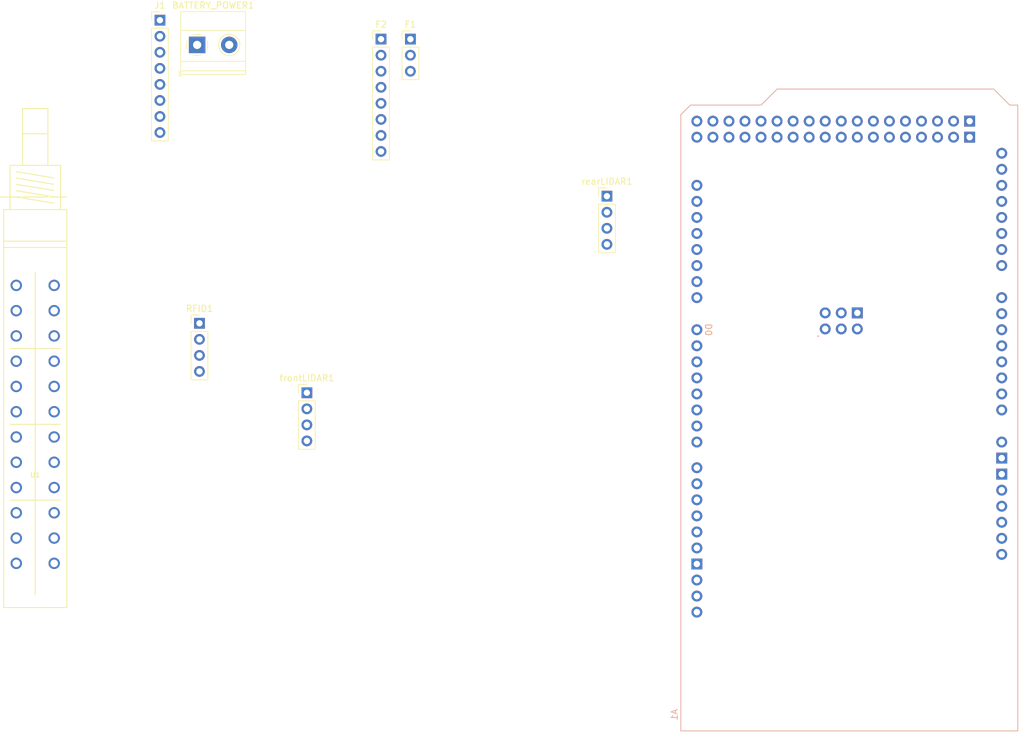
<source format=kicad_pcb>
(kicad_pcb (version 20240108) (generator "pcbnew") (generator_version "8.0")
  (layers (0 "F.Cu" signal) (31 "B.Cu" signal) (34 "B.Paste" user) (35 "F.Paste" user) (36 "B.SilkS" user "B.Silkscreen") (37 "F.SilkS" user "F.Silkscreen") (38 "B.Mask" user) (39 "F.Mask" user) (44 "Edge.Cuts" user))
  (net 0 "")
  (net 1 "Net-(A1-D18{slash}TX1)")
  (net 2 "Net-(A1-D19{slash}RX1)")
  (net 3 "Net-(A1-D16{slash}TX2)")
  (net 4 "Net-(A1-D17{slash}RX2)")
  (net 5 "Net-(A1-D15{slash}RX3)")
  (net 6 "Net-(A1-D14{slash}TX3)")
  (net 43 "+5V")
  (net 82 "Net-(A1-D0{slash}RX0)")
  (net 83 "Net-(A1-D1{slash}TX0)")
  (net 97 "BATTERY GND")
  (net 98 "SERVO")
  (net 99 "ADC1")
  (net 100 "3.3V")
  (net 101 "RX{slash}SDA")
  (net 102 "ADC2")
  (net 103 "TX{slash}SCL")
  (net 104 "ADC15")
  (net 105 "VRX1")
  (net 106 "VTX1")
  (net 107 "PPM")
  (net 108 "VRX2")
  (net 109 "BAT+")
  (net 110 "VTX2")
  (footprint "Connector_PinHeader_2.54mm:PinHeader_1x08_P2.54mm_Vertical" (layer "F.Cu") (at 152.5 68.72)
    (property "Reference" "J1" (at 0 -2.33 0) (layer "F.SilkS"))
    (property "Value" "~")
    (fp_line (start -1.33 -1.33) (end 0 -1.33) (stroke (width 0.12)) (layer "F.SilkS"))
    (fp_line (start -1.33 0) (end -1.33 -1.33) (stroke (width 0.12)) (layer "F.SilkS"))
    (fp_line (start -1.33 1.27) (end -1.33 19.11) (stroke (width 0.12)) (layer "F.SilkS"))
    (fp_line (start -1.33 1.27) (end 1.33 1.27) (stroke (width 0.12)) (layer "F.SilkS"))
    (fp_line (start -1.33 19.11) (end 1.33 19.11) (stroke (width 0.12)) (layer "F.SilkS"))
    (fp_line (start 1.33 1.27) (end 1.33 19.11) (stroke (width 0.12)) (layer "F.SilkS"))
    (pad "1" thru_hole rect (at 0 0) (size 1.7 1.7) (drill 1) (layers "*.Cu" "*.Mask") (net 109 "BAT+"))
    (pad "2" thru_hole oval (at 0 2.54) (size 1.7 1.7) (drill 1) (layers "*.Cu" "*.Mask") (net 108 "VRX2"))
    (pad "3" thru_hole oval (at 0 5.08) (size 1.7 1.7) (drill 1) (layers "*.Cu" "*.Mask") (net 110 "VTX2"))
    (pad "4" thru_hole oval (at 0 7.62) (size 1.7 1.7) (drill 1) (layers "*.Cu" "*.Mask") (net 105 "VRX1"))
    (pad "5" thru_hole oval (at 0 10.16) (size 1.7 1.7) (drill 1) (layers "*.Cu" "*.Mask") (net 106 "VTX1"))
    (pad "6" thru_hole oval (at 0 12.7) (size 1.7 1.7) (drill 1) (layers "*.Cu" "*.Mask") (net 97 "BATTERY GND"))
    (pad "7" thru_hole oval (at 0 15.24) (size 1.7 1.7) (drill 1) (layers "*.Cu" "*.Mask") (net 43 "+5V"))
    (pad "8" thru_hole oval (at 0 17.78) (size 1.7 1.7) (drill 1) (layers "*.Cu" "*.Mask") (net 107 "PPM"))
  )
  (footprint "arduino-library:Arduino_Giga_R1_WiFi_Shield" (layer "F.Cu") (at 288.3 181.22 90)
    (property "Reference" "A1" (at 2.54 -54.356 90) (layer "B.SilkS") (effects (justify mirror)))
    (property "Value" "Arduino_Giga_R1_WiFi_Shield")
    (fp_line (start 97.536 -53.34) (end 99.06 -51.816) (stroke (width 0.15)) (layer "B.SilkS"))
    (fp_line (start 0 -53.34) (end 97.536 -53.34) (stroke (width 0.15)) (layer "B.SilkS"))
    (fp_line (start 0 -53.34) (end 0 0) (stroke (width 0.15)) (layer "B.SilkS"))
    (fp_line (start 99.06 -40.64) (end 99.06 -51.816) (stroke (width 0.15)) (layer "B.SilkS"))
    (fp_line (start 101.6 -38.1) (end 99.06 -40.64) (stroke (width 0.15)) (layer "B.SilkS"))
    (fp_line (start 101.6 -3.81) (end 101.6 -38.1) (stroke (width 0.15)) (layer "B.SilkS"))
    (fp_line (start 99.06 -1.27) (end 101.6 -3.81) (stroke (width 0.15)) (layer "B.SilkS"))
    (fp_line (start 99.06 0) (end 99.06 -1.27) (stroke (width 0.15)) (layer "B.SilkS"))
    (fp_line (start 0 0) (end 99.06 0) (stroke (width 0.15)) (layer "B.SilkS"))
    (fp_text user "." (at 62.484 -32.004 90) (layer "B.SilkS"))
    (fp_text user "D0" (at 63.5 -48.895 90) (layer "B.SilkS") (effects (justify mirror)))
    (fp_text user "." (at 62.484 -32.004 90) (layer "F.SilkS"))
    (fp_text user "D0" (at 63.5 -48.895 90) (layer "F.SilkS"))
    (pad "" np_thru_hole circle (at 13.97 -2.54 90) (size 3.2 3.2) (drill 3.2) (layers "*.Cu" "*.Mask"))
    (pad "" np_thru_hole circle (at 15.24 -50.8) (size 3.2 3.2) (drill 3.2) (layers "*.Cu" "*.Mask"))
    (pad "" thru_hole oval (at 27.94 -2.54 90) (size 1.7272 1.7272) (drill 1.016) (layers "*.Cu" "*.Mask"))
    (pad "" np_thru_hole circle (at 66.04 -35.56 90) (size 3.2 3.2) (drill 3.2) (layers "*.Cu" "*.Mask"))
    (pad "" np_thru_hole circle (at 66.04 -7.62 90) (size 3.2 3.2) (drill 3.2) (layers "*.Cu" "*.Mask"))
    (pad "" np_thru_hole circle (at 90.17 -50.8 90) (size 3.2 3.2) (drill 3.2) (layers "*.Cu" "*.Mask"))
    (pad "" np_thru_hole circle (at 96.52 -2.54 90) (size 3.2 3.2) (drill 3.2) (layers "*.Cu" "*.Mask"))
    (pad "3V3" thru_hole oval (at 35.56 -2.54 90) (size 1.7272 1.7272) (drill 1.016) (layers "*.Cu" "*.Mask"))
    (pad "5V1" thru_hole oval (at 38.1 -2.54 90) (size 1.7272 1.7272) (drill 1.016) (layers "*.Cu" "*.Mask") (net 43 "+5V"))
    (pad "5V2" thru_hole oval (at 66.167 -30.48 90) (size 1.7272 1.7272) (drill 1.016) (layers "*.Cu" "*.Mask"))
    (pad "5V3" thru_hole oval (at 93.98 -50.8 90) (size 1.7272 1.7272) (drill 1.016) (layers "*.Cu" "*.Mask"))
    (pad "5V4" thru_hole oval (at 96.52 -50.8 90) (size 1.7272 1.7272) (drill 1.016) (layers "*.Cu" "*.Mask"))
    (pad "A0" thru_hole oval (at 50.8 -2.54 90) (size 1.7272 1.7272) (drill 1.016) (layers "*.Cu" "*.Mask"))
    (pad "A1" thru_hole oval (at 53.34 -2.54 90) (size 1.7272 1.7272) (drill 1.016) (layers "*.Cu" "*.Mask"))
    (pad "A2" thru_hole oval (at 55.88 -2.54 90) (size 1.7272 1.7272) (drill 1.016) (layers "*.Cu" "*.Mask"))
    (pad "A3" thru_hole oval (at 58.42 -2.54 90) (size 1.7272 1.7272) (drill 1.016) (layers "*.Cu" "*.Mask"))
    (pad "A4" thru_hole oval (at 60.96 -2.54 90) (size 1.7272 1.7272) (drill 1.016) (layers "*.Cu" "*.Mask"))
    (pad "A5" thru_hole oval (at 63.5 -2.54 90) (size 1.7272 1.7272) (drill 1.016) (layers "*.Cu" "*.Mask"))
    (pad "A6" thru_hole oval (at 66.04 -2.54 90) (size 1.7272 1.7272) (drill 1.016) (layers "*.Cu" "*.Mask"))
    (pad "A7" thru_hole oval (at 68.58 -2.54 90) (size 1.7272 1.7272) (drill 1.016) (layers "*.Cu" "*.Mask"))
    (pad "A8" thru_hole oval (at 73.66 -2.54 90) (size 1.7272 1.7272) (drill 1.016) (layers "*.Cu" "*.Mask"))
    (pad "A9" thru_hole oval (at 76.2 -2.54 90) (size 1.7272 1.7272) (drill 1.016) (layers "*.Cu" "*.Mask"))
    (pad "A10" thru_hole oval (at 78.74 -2.54 90) (size 1.7272 1.7272) (drill 1.016) (layers "*.Cu" "*.Mask"))
    (pad "A11" thru_hole oval (at 81.28 -2.54 90) (size 1.7272 1.7272) (drill 1.016) (layers "*.Cu" "*.Mask"))
    (pad "AREF" thru_hole oval (at 23.876 -50.8 90) (size 1.7272 1.7272) (drill 1.016) (layers "*.Cu" "*.Mask"))
    (pad "CANR" thru_hole oval (at 88.9 -2.54 90) (size 1.7272 1.7272) (drill 1.016) (layers "*.Cu" "*.Mask"))
    (pad "CANT" thru_hole oval (at 91.44 -2.54 90) (size 1.7272 1.7272) (drill 1.016) (layers "*.Cu" "*.Mask"))
    (pad "D0" thru_hole oval (at 63.5 -50.8 90) (size 1.7272 1.7272) (drill 1.016) (layers "*.Cu" "*.Mask") (net 82 "Net-(A1-D0{slash}RX0)"))
    (pad "D1" thru_hole oval (at 60.96 -50.8 90) (size 1.7272 1.7272) (drill 1.016) (layers "*.Cu" "*.Mask") (net 83 "Net-(A1-D1{slash}TX0)"))
    (pad "D2" thru_hole oval (at 58.42 -50.8 90) (size 1.7272 1.7272) (drill 1.016) (layers "*.Cu" "*.Mask"))
    (pad "D3" thru_hole oval (at 55.88 -50.8 90) (size 1.7272 1.7272) (drill 1.016) (layers "*.Cu" "*.Mask"))
    (pad "D4" thru_hole oval (at 53.34 -50.8 90) (size 1.7272 1.7272) (drill 1.016) (layers "*.Cu" "*.Mask"))
    (pad "D5" thru_hole oval (at 50.8 -50.8 90) (size 1.7272 1.7272) (drill 1.016) (layers "*.Cu" "*.Mask"))
    (pad "D6" thru_hole oval (at 48.26 -50.8 90) (size 1.7272 1.7272) (drill 1.016) (layers "*.Cu" "*.Mask"))
    (pad "D7" thru_hole oval (at 45.72 -50.8 90) (size 1.7272 1.7272) (drill 1.016) (layers "*.Cu" "*.Mask"))
    (pad "D8" thru_hole oval (at 41.656 -50.8 90) (size 1.7272 1.7272) (drill 1.016) (layers "*.Cu" "*.Mask"))
    (pad "D9" thru_hole oval (at 39.116 -50.8 90) (size 1.7272 1.7272) (drill 1.016) (layers "*.Cu" "*.Mask"))
    (pad "D10" thru_hole oval (at 36.576 -50.8 90) (size 1.7272 1.7272) (drill 1.016) (layers "*.Cu" "*.Mask"))
    (pad "D11" thru_hole oval (at 34.036 -50.8 90) (size 1.7272 1.7272) (drill 1.016) (layers "*.Cu" "*.Mask"))
    (pad "D12" thru_hole oval (at 31.496 -50.8 90) (size 1.7272 1.7272) (drill 1.016) (layers "*.Cu" "*.Mask"))
    (pad "D13" thru_hole oval (at 28.956 -50.8 90) (size 1.7272 1.7272) (drill 1.016) (layers "*.Cu" "*.Mask"))
    (pad "D14" thru_hole oval (at 68.58 -50.8 90) (size 1.7272 1.7272) (drill 1.016) (layers "*.Cu" "*.Mask") (net 6 "Net-(A1-D14{slash}TX3)"))
    (pad "D15" thru_hole oval (at 71.12 -50.8 90) (size 1.7272 1.7272) (drill 1.016) (layers "*.Cu" "*.Mask") (net 5 "Net-(A1-D15{slash}RX3)"))
    (pad "D16" thru_hole oval (at 73.66 -50.8 90) (size 1.7272 1.7272) (drill 1.016) (layers "*.Cu" "*.Mask") (net 3 "Net-(A1-D16{slash}TX2)"))
    (pad "D17" thru_hole oval (at 76.2 -50.8 90) (size 1.7272 1.7272) (drill 1.016) (layers "*.Cu" "*.Mask") (net 4 "Net-(A1-D17{slash}RX2)"))
    (pad "D18" thru_hole oval (at 78.74 -50.8 90) (size 1.7272 1.7272) (drill 1.016) (layers "*.Cu" "*.Mask") (net 1 "Net-(A1-D18{slash}TX1)"))
    (pad "D19" thru_hole oval (at 81.28 -50.8 90) (size 1.7272 1.7272) (drill 1.016) (layers "*.Cu" "*.Mask") (net 2 "Net-(A1-D19{slash}RX1)"))
    (pad "D20" thru_hole oval (at 83.82 -50.8 90) (size 1.7272 1.7272) (drill 1.016) (layers "*.Cu" "*.Mask"))
    (pad "D21" thru_hole oval (at 86.36 -50.8 90) (size 1.7272 1.7272) (drill 1.016) (layers "*.Cu" "*.Mask"))
    (pad "D22" thru_hole oval (at 93.98 -48.26 90) (size 1.7272 1.7272) (drill 1.016) (layers "*.Cu" "*.Mask"))
    (pad "D23" thru_hole oval (at 96.52 -48.26 90) (size 1.7272 1.7272) (drill 1.016) (layers "*.Cu" "*.Mask"))
    (pad "D24" thru_hole oval (at 93.98 -45.72 90) (size 1.7272 1.7272) (drill 1.016) (layers "*.Cu" "*.Mask"))
    (pad "D25" thru_hole oval (at 96.52 -45.72 90) (size 1.7272 1.7272) (drill 1.016) (layers "*.Cu" "*.Mask"))
    (pad "D26" thru_hole oval (at 93.98 -43.18 90) (size 1.7272 1.7272) (drill 1.016) (layers "*.Cu" "*.Mask"))
    (pad "D27" thru_hole oval (at 96.52 -43.18 90) (size 1.7272 1.7272) (drill 1.016) (layers "*.Cu" "*.Mask"))
    (pad "D28" thru_hole oval (at 93.98 -40.64 90) (size 1.7272 1.7272) (drill 1.016) (layers "*.Cu" "*.Mask"))
    (pad "D29" thru_hole oval (at 96.52 -40.64 90) (size 1.7272 1.7272) (drill 1.016) (layers "*.Cu" "*.Mask"))
    (pad "D30" thru_hole oval (at 93.98 -38.1 90) (size 1.7272 1.7272) (drill 1.016) (layers "*.Cu" "*.Mask"))
    (pad "D31" thru_hole oval (at 96.52 -38.1 90) (size 1.7272 1.7272) (drill 1.016) (layers "*.Cu" "*.Mask"))
    (pad "D32" thru_hole oval (at 93.98 -35.56 90) (size 1.7272 1.7272) (drill 1.016) (layers "*.Cu" "*.Mask"))
    (pad "D33" thru_hole oval (at 96.52 -35.56 90) (size 1.7272 1.7272) (drill 1.016) (layers "*.Cu" "*.Mask"))
    (pad "D34" thru_hole oval (at 93.98 -33.02 90) (size 1.7272 1.7272) (drill 1.016) (layers "*.Cu" "*.Mask"))
    (pad "D35" thru_hole oval (at 96.52 -33.02 90) (size 1.7272 1.7272) (drill 1.016) (layers "*.Cu" "*.Mask"))
    (pad "D36" thru_hole oval (at 93.98 -30.48 90) (size 1.7272 1.7272) (drill 1.016) (layers "*.Cu" "*.Mask"))
    (pad "D37" thru_hole oval (at 96.52 -30.48 90) (size 1.7272 1.7272) (drill 1.016) (layers "*.Cu" "*.Mask"))
    (pad "D38" thru_hole oval (at 93.98 -27.94 90) (size 1.7272 1.7272) (drill 1.016) (layers "*.Cu" "*.Mask"))
    (pad "D39" thru_hole oval (at 96.52 -27.94 90) (size 1.7272 1.7272) (drill 1.016) (layers "*.Cu" "*.Mask"))
    (pad "D40" thru_hole oval (at 93.98 -25.4 90) (size 1.7272 1.7272) (drill 1.016) (layers "*.Cu" "*.Mask"))
    (pad "D41" thru_hole oval (at 96.52 -25.4 90) (size 1.7272 1.7272) (drill 1.016) (layers "*.Cu" "*.Mask"))
    (pad "D42" thru_hole oval (at 93.98 -22.86 90) (size 1.7272 1.7272) (drill 1.016) (layers "*.Cu" "*.Mask"))
    (pad "D43" thru_hole oval (at 96.52 -22.86 90) (size 1.7272 1.7272) (drill 1.016) (layers "*.Cu" "*.Mask"))
    (pad "D44" thru_hole oval (at 93.98 -20.32 90) (size 1.7272 1.7272) (drill 1.016) (layers "*.Cu" "*.Mask"))
    (pad "D45" thru_hole oval (at 96.52 -20.32 90) (size 1.7272 1.7272) (drill 1.016) (layers "*.Cu" "*.Mask"))
    (pad "D46" thru_hole oval (at 93.98 -17.78 90) (size 1.7272 1.7272) (drill 1.016) (layers "*.Cu" "*.Mask"))
    (pad "D47" thru_hole oval (at 96.52 -17.78 90) (size 1.7272 1.7272) (drill 1.016) (layers "*.Cu" "*.Mask"))
    (pad "D48" thru_hole oval (at 93.98 -15.24 90) (size 1.7272 1.7272) (drill 1.016) (layers "*.Cu" "*.Mask"))
    (pad "D49" thru_hole oval (at 96.52 -15.24 90) (size 1.7272 1.7272) (drill 1.016) (layers "*.Cu" "*.Mask"))
    (pad "D50" thru_hole oval (at 93.98 -12.7 90) (size 1.7272 1.7272) (drill 1.016) (layers "*.Cu" "*.Mask"))
    (pad "D51" thru_hole oval (at 96.52 -12.7 90) (size 1.7272 1.7272) (drill 1.016) (layers "*.Cu" "*.Mask"))
    (pad "D52" thru_hole oval (at 93.98 -10.16 90) (size 1.7272 1.7272) (drill 1.016) (layers "*.Cu" "*.Mask"))
    (pad "D53" thru_hole oval (at 96.52 -10.16 90) (size 1.7272 1.7272) (drill 1.016) (layers "*.Cu" "*.Mask"))
    (pad "DAC0" thru_hole oval (at 83.82 -2.54 90) (size 1.7272 1.7272) (drill 1.016) (layers "*.Cu" "*.Mask"))
    (pad "DAC1" thru_hole oval (at 86.36 -2.54 90) (size 1.7272 1.7272) (drill 1.016) (layers "*.Cu" "*.Mask"))
    (pad "GND1" thru_hole rect (at 26.416 -50.8 90) (size 1.7272 1.7272) (drill 1.016) (layers "*.Cu" "*.Mask") (net 97 "BATTERY GND"))
    (pad "GND2" thru_hole rect (at 40.64 -2.54 90) (size 1.7272 1.7272) (drill 1.016) (layers "*.Cu" "*.Mask"))
    (pad "GND3" thru_hole rect (at 43.18 -2.54 90) (size 1.7272 1.7272) (drill 1.016) (layers "*.Cu" "*.Mask"))
    (pad "GND4" thru_hole rect (at 66.167 -25.4 90) (size 1.7272 1.7272) (drill 1.016) (layers "*.Cu" "*.Mask"))
    (pad "GND5" thru_hole rect (at 93.98 -7.62 90) (size 1.7272 1.7272) (drill 1.016) (layers "*.Cu" "*.Mask"))
    (pad "GND6" thru_hole rect (at 96.52 -7.62 90) (size 1.7272 1.7272) (drill 1.016) (layers "*.Cu" "*.Mask"))
    (pad "IORF" thru_hole oval (at 30.48 -2.54 90) (size 1.7272 1.7272) (drill 1.016) (layers "*.Cu" "*.Mask"))
    (pad "MISO" thru_hole oval (at 63.627 -30.48 90) (size 1.7272 1.7272) (drill 1.016) (layers "*.Cu" "*.Mask"))
    (pad "MOSI" thru_hole oval (at 66.167 -27.94 90) (size 1.7272 1.7272) (drill 1.016) (layers "*.Cu" "*.Mask"))
    (pad "RST1" thru_hole oval (at 33.02 -2.54 90) (size 1.7272 1.7272) (drill 1.016) (layers "*.Cu" "*.Mask"))
    (pad "RST2" thru_hole oval (at 63.627 -25.4 90) (size 1.7272 1.7272) (drill 1.016) (layers "*.Cu" "*.Mask"))
    (pad "SCK" thru_hole oval (at 63.627 -27.94 90) (size 1.7272 1.7272) (drill 1.016) (layers "*.Cu" "*.Mask"))
    (pad "SCL1" thru_hole oval (at 18.796 -50.8 90) (size 1.7272 1.7272) (drill 1.016) (layers "*.Cu" "*.Mask"))
    (pad "SDA1" thru_hole oval (at 21.336 -50.8 90) (size 1.7272 1.7272) (drill 1.016) (layers "*.Cu" "*.Mask"))
    (pad "VIN" thru_hole oval (at 45.72 -2.54 90) (size 1.7272 1.7272) (drill 1.016) (layers "*.Cu" "*.Mask"))
  )
  (footprint "F8UEE:F8UEE" (layer "F.Cu") (at 132.76 140.7)
    (property "Reference" "U1" (at 0 0 0) (layer "F.SilkS") (effects (font (size 0.787402 0.787402))))
    (property "Value" "F8UEE")
    (fp_line (start -5.5 -44) (end 5 -44) (stroke (width 0.1524)) (layer "F.SilkS"))
    (fp_line (start -5 -42) (end -5 -37) (stroke (width 0.1524)) (layer "F.SilkS"))
    (fp_line (start -5 -37) (end -5 -36) (stroke (width 0.1524)) (layer "F.SilkS"))
    (fp_line (start -5 -37) (end 5 -37) (stroke (width 0.1524)) (layer "F.SilkS"))
    (fp_line (start -5 -36) (end -5 21) (stroke (width 0.1524)) (layer "F.SilkS"))
    (fp_line (start -5 21) (end 5 21) (stroke (width 0.1524)) (layer "F.SilkS"))
    (fp_line (start -4 -49) (end -4 -42) (stroke (width 0.1524)) (layer "F.SilkS"))
    (fp_line (start -4 -42) (end -5 -42) (stroke (width 0.1524)) (layer "F.SilkS"))
    (fp_line (start -4 -42) (end 4 -42) (stroke (width 0.1524)) (layer "F.SilkS"))
    (fp_line (start -4 -20) (end 4 -20) (stroke (width 0.1524)) (layer "F.SilkS"))
    (fp_line (start -4 -8) (end 4 -8) (stroke (width 0.1524)) (layer "F.SilkS"))
    (fp_line (start -4 4) (end 4 4) (stroke (width 0.1524)) (layer "F.SilkS"))
    (fp_line (start -3 -48) (end 3 -47) (stroke (width 0.1524)) (layer "F.SilkS"))
    (fp_line (start -3 -47) (end 3 -46) (stroke (width 0.1524)) (layer "F.SilkS"))
    (fp_line (start -3 -46) (end 3 -45) (stroke (width 0.1524)) (layer "F.SilkS"))
    (fp_line (start -3 -45) (end 3 -44) (stroke (width 0.1524)) (layer "F.SilkS"))
    (fp_line (start -3 -44) (end 3 -43) (stroke (width 0.1524)) (layer "F.SilkS"))
    (fp_line (start -2 -58) (end -2 -54) (stroke (width 0.1524)) (layer "F.SilkS"))
    (fp_line (start -2 -58) (end 2 -58) (stroke (width 0.1524)) (layer "F.SilkS"))
    (fp_line (start -2 -54) (end -2 -49) (stroke (width 0.1524)) (layer "F.SilkS"))
    (fp_line (start -2 -49) (end -4 -49) (stroke (width 0.1524)) (layer "F.SilkS"))
    (fp_line (start -2 -49) (end 2 -49) (stroke (width 0.1524)) (layer "F.SilkS"))
    (fp_line (start 0 -32) (end 0 19) (stroke (width 0.1524)) (layer "F.SilkS"))
    (fp_line (start 2 -58) (end 2 -54) (stroke (width 0.1524)) (layer "F.SilkS"))
    (fp_line (start 2 -54) (end -2 -54) (stroke (width 0.1524)) (layer "F.SilkS"))
    (fp_line (start 2 -54) (end 2 -49) (stroke (width 0.1524)) (layer "F.SilkS"))
    (fp_line (start 2 -49) (end 4 -49) (stroke (width 0.1524)) (layer "F.SilkS"))
    (fp_line (start 4 -49) (end 4 -42) (stroke (width 0.1524)) (layer "F.SilkS"))
    (fp_line (start 4 -42) (end 5 -42) (stroke (width 0.1524)) (layer "F.SilkS"))
    (fp_line (start 5 -37) (end 5 -42) (stroke (width 0.1524)) (layer "F.SilkS"))
    (fp_line (start 5 -36) (end -5 -36) (stroke (width 0.1524)) (layer "F.SilkS"))
    (fp_line (start 5 -36) (end 5 -37) (stroke (width 0.1524)) (layer "F.SilkS"))
    (fp_line (start 5 21) (end 5 -36) (stroke (width 0.1524)) (layer "F.SilkS"))
    (pad "1IN" thru_hole circle (at -3 -26) (size 1.8 1.8) (drill 1.2) (layers "*.Cu" "*.Mask") (net 43 "+5V"))
    (pad "1OUT1" thru_hole circle (at -3 -22) (size 1.8 1.8) (drill 1.2) (layers "*.Cu" "*.Mask") (net 43 "+5V"))
    (pad "1OUT2" thru_hole circle (at -3 -30) (size 1.8 1.8) (drill 1.2) (layers "*.Cu" "*.Mask") (net 43 "+5V"))
    (pad "2IN" thru_hole circle (at 3 -26) (size 1.8 1.8) (drill 1.2) (layers "*.Cu" "*.Mask"))
    (pad "2OUT1" thru_hole circle (at 3 -22) (size 1.8 1.8) (drill 1.2) (layers "*.Cu" "*.Mask"))
    (pad "2OUT2" thru_hole circle (at 3 -30) (size 1.8 1.8) (drill 1.2) (layers "*.Cu" "*.Mask"))
    (pad "3IN" thru_hole circle (at -3 -14) (size 1.8 1.8) (drill 1.2) (layers "*.Cu" "*.Mask") (net 97 "BATTERY GND"))
    (pad "3OUT1" thru_hole circle (at -3 -10) (size 1.8 1.8) (drill 1.2) (layers "*.Cu" "*.Mask") (net 97 "BATTERY GND"))
    (pad "3OUT2" thru_hole circle (at -3 -18) (size 1.8 1.8) (drill 1.2) (layers "*.Cu" "*.Mask") (net 97 "BATTERY GND"))
    (pad "4IN" thru_hole circle (at 3 -14) (size 1.8 1.8) (drill 1.2) (layers "*.Cu" "*.Mask") (net 99 "ADC1"))
    (pad "4OUT1" thru_hole circle (at 3 -10) (size 1.8 1.8) (drill 1.2) (layers "*.Cu" "*.Mask"))
    (pad "4OUT2" thru_hole circle (at 3 -18) (size 1.8 1.8) (drill 1.2) (layers "*.Cu" "*.Mask"))
    (pad "5IN" thru_hole circle (at -3 -2) (size 1.8 1.8) (drill 1.2) (layers "*.Cu" "*.Mask") (net 101 "RX{slash}SDA"))
    (pad "5OUT1" thru_hole circle (at -3 2) (size 1.8 1.8) (drill 1.2) (layers "*.Cu" "*.Mask") (net 82 "Net-(A1-D0{slash}RX0)"))
    (pad "5OUT2" thru_hole circle (at -3 -6) (size 1.8 1.8) (drill 1.2) (layers "*.Cu" "*.Mask") (net 105 "VRX1"))
    (pad "6IN" thru_hole circle (at 3 -2) (size 1.8 1.8) (drill 1.2) (layers "*.Cu" "*.Mask") (net 103 "TX{slash}SCL"))
    (pad "6OUT1" thru_hole circle (at 3 2) (size 1.8 1.8) (drill 1.2) (layers "*.Cu" "*.Mask") (net 83 "Net-(A1-D1{slash}TX0)"))
    (pad "6OUT2" thru_hole circle (at 3 -6) (size 1.8 1.8) (drill 1.2) (layers "*.Cu" "*.Mask") (net 106 "VTX1"))
    (pad "7IN" thru_hole circle (at -3 10) (size 1.8 1.8) (drill 1.2) (layers "*.Cu" "*.Mask") (net 102 "ADC2"))
    (pad "7OUT1" thru_hole circle (at -3 14) (size 1.8 1.8) (drill 1.2) (layers "*.Cu" "*.Mask"))
    (pad "7OUT2" thru_hole circle (at -3 6) (size 1.8 1.8) (drill 1.2) (layers "*.Cu" "*.Mask"))
    (pad "8IN" thru_hole circle (at 3 10) (size 1.8 1.8) (drill 1.2) (layers "*.Cu" "*.Mask") (net 104 "ADC15"))
    (pad "8OUT1" thru_hole circle (at 3 14) (size 1.8 1.8) (drill 1.2) (layers "*.Cu" "*.Mask"))
    (pad "8OUT2" thru_hole circle (at 3 6) (size 1.8 1.8) (drill 1.2) (layers "*.Cu" "*.Mask"))
  )
  (footprint "Connector_PinHeader_2.54mm:PinHeader_1x04_P2.54mm_Vertical" (layer "F.Cu") (at 223.26 96.58)
    (property "Reference" "rearLIDAR1" (at 0 -2.33 0) (layer "F.SilkS"))
    (property "Value" "~")
    (fp_line (start -1.33 -1.33) (end 0 -1.33) (stroke (width 0.12)) (layer "F.SilkS"))
    (fp_line (start -1.33 0) (end -1.33 -1.33) (stroke (width 0.12)) (layer "F.SilkS"))
    (fp_line (start -1.33 1.27) (end -1.33 8.95) (stroke (width 0.12)) (layer "F.SilkS"))
    (fp_line (start -1.33 1.27) (end 1.33 1.27) (stroke (width 0.12)) (layer "F.SilkS"))
    (fp_line (start -1.33 8.95) (end 1.33 8.95) (stroke (width 0.12)) (layer "F.SilkS"))
    (fp_line (start 1.33 1.27) (end 1.33 8.95) (stroke (width 0.12)) (layer "F.SilkS"))
    (pad "1" thru_hole rect (at 0 0) (size 1.7 1.7) (drill 1) (layers "*.Cu" "*.Mask") (net 43 "+5V"))
    (pad "2" thru_hole oval (at 0 2.54) (size 1.7 1.7) (drill 1) (layers "*.Cu" "*.Mask") (net 97 "BATTERY GND"))
    (pad "3" thru_hole oval (at 0 5.08) (size 1.7 1.7) (drill 1) (layers "*.Cu" "*.Mask") (net 4 "Net-(A1-D17{slash}RX2)"))
    (pad "4" thru_hole oval (at 0 7.62) (size 1.7 1.7) (drill 1) (layers "*.Cu" "*.Mask") (net 3 "Net-(A1-D16{slash}TX2)"))
  )
  (footprint "TerminalBlock_Phoenix:TerminalBlock_Phoenix_MKDS-1,5-2-5.08_1x02_P5.08mm_Horizontal" (layer "F.Cu") (at 158.39 72.63)
    (property "Reference" "BATTERY_POWER1" (at 2.54 -6.26 0) (layer "F.SilkS"))
    (property "Value" "~")
    (fp_line (start -2.84 4.16) (end -2.84 4.9) (stroke (width 0.12)) (layer "F.SilkS"))
    (fp_line (start -2.84 4.9) (end -2.34 4.9) (stroke (width 0.12)) (layer "F.SilkS"))
    (fp_line (start -2.6 -5.261) (end -2.6 4.66) (stroke (width 0.12)) (layer "F.SilkS"))
    (fp_line (start -2.6 -5.261) (end 7.68 -5.261) (stroke (width 0.12)) (layer "F.SilkS"))
    (fp_line (start -2.6 -2.301) (end 7.68 -2.301) (stroke (width 0.12)) (layer "F.SilkS"))
    (fp_line (start -2.6 2.6) (end 7.68 2.6) (stroke (width 0.12)) (layer "F.SilkS"))
    (fp_line (start -2.6 4.1) (end 7.68 4.1) (stroke (width 0.12)) (layer "F.SilkS"))
    (fp_line (start -2.6 4.66) (end 7.68 4.66) (stroke (width 0.12)) (layer "F.SilkS"))
    (fp_line (start 3.853 1.023) (end 3.806 1.069) (stroke (width 0.12)) (layer "F.SilkS"))
    (fp_line (start 4.046 1.239) (end 4.011 1.274) (stroke (width 0.12)) (layer "F.SilkS"))
    (fp_line (start 6.15 -1.275) (end 6.115 -1.239) (stroke (width 0.12)) (layer "F.SilkS"))
    (fp_line (start 6.355 -1.069) (end 6.308 -1.023) (stroke (width 0.12)) (layer "F.SilkS"))
    (fp_line (start 7.68 -5.261) (end 7.68 4.66) (stroke (width 0.12)) (layer "F.SilkS"))
    (fp_arc (start -1.535427 0.683042) (mid -1.680501 -0.000524) (end -1.535 -0.684) (stroke (width 0.12)) (layer "F.SilkS"))
    (fp_arc (start -0.683042 -1.535427) (mid 0.000524 -1.680501) (end 0.684 -1.535) (stroke (width 0.12)) (layer "F.SilkS"))
    (fp_arc (start 0.028805 1.680253) (mid -0.335551 1.646659) (end -0.684 1.535) (stroke (width 0.12)) (layer "F.SilkS"))
    (fp_arc (start 0.683318 1.534756) (mid 0.349292 1.643288) (end 0 1.68) (stroke (width 0.12)) (layer "F.SilkS"))
    (fp_arc (start 1.535427 -0.683042) (mid 1.680501 0.000524) (end 1.535 0.684) (stroke (width 0.12)) (layer "F.SilkS"))
    (fp_circle (center 5.08 0) (end 6.76 0) (stroke (width 0.12)) (fill none) (layer "F.SilkS"))
    (pad "1" thru_hole rect (at 0 0) (size 2.6 2.6) (drill 1.3) (layers "*.Cu" "*.Mask") (net 43 "+5V"))
    (pad "2" thru_hole circle (at 5.08 0) (size 2.6 2.6) (drill 1.3) (layers "*.Cu" "*.Mask") (net 97 "BATTERY GND"))
  )
  (footprint "Connector_PinHeader_2.54mm:PinHeader_1x03_P2.54mm_Vertical" (layer "F.Cu") (at 192.15 71.72)
    (property "Reference" "F1" (at 0 -2.33 0) (layer "F.SilkS"))
    (property "Value" "~")
    (fp_line (start -1.33 -1.33) (end 0 -1.33) (stroke (width 0.12)) (layer "F.SilkS"))
    (fp_line (start -1.33 0) (end -1.33 -1.33) (stroke (width 0.12)) (layer "F.SilkS"))
    (fp_line (start -1.33 1.27) (end -1.33 6.41) (stroke (width 0.12)) (layer "F.SilkS"))
    (fp_line (start -1.33 1.27) (end 1.33 1.27) (stroke (width 0.12)) (layer "F.SilkS"))
    (fp_line (start -1.33 6.41) (end 1.33 6.41) (stroke (width 0.12)) (layer "F.SilkS"))
    (fp_line (start 1.33 1.27) (end 1.33 6.41) (stroke (width 0.12)) (layer "F.SilkS"))
    (pad "1" thru_hole rect (at 0 0) (size 1.7 1.7) (drill 1) (layers "*.Cu" "*.Mask") (net 43 "+5V"))
    (pad "2" thru_hole oval (at 0 2.54) (size 1.7 1.7) (drill 1) (layers "*.Cu" "*.Mask") (net 97 "BATTERY GND"))
    (pad "3" thru_hole oval (at 0 5.08) (size 1.7 1.7) (drill 1) (layers "*.Cu" "*.Mask") (net 98 "SERVO"))
  )
  (footprint "Connector_PinHeader_2.54mm:PinHeader_1x08_P2.54mm_Vertical" (layer "F.Cu") (at 187.5 71.72)
    (property "Reference" "F2" (at 0 -2.33 0) (layer "F.SilkS"))
    (property "Value" "~")
    (fp_line (start -1.33 -1.33) (end 0 -1.33) (stroke (width 0.12)) (layer "F.SilkS"))
    (fp_line (start -1.33 0) (end -1.33 -1.33) (stroke (width 0.12)) (layer "F.SilkS"))
    (fp_line (start -1.33 1.27) (end -1.33 19.11) (stroke (width 0.12)) (layer "F.SilkS"))
    (fp_line (start -1.33 1.27) (end 1.33 1.27) (stroke (width 0.12)) (layer "F.SilkS"))
    (fp_line (start -1.33 19.11) (end 1.33 19.11) (stroke (width 0.12)) (layer "F.SilkS"))
    (fp_line (start 1.33 1.27) (end 1.33 19.11) (stroke (width 0.12)) (layer "F.SilkS"))
    (pad "1" thru_hole rect (at 0 0) (size 1.7 1.7) (drill 1) (layers "*.Cu" "*.Mask") (net 104 "ADC15"))
    (pad "2" thru_hole oval (at 0 2.54) (size 1.7 1.7) (drill 1) (layers "*.Cu" "*.Mask") (net 102 "ADC2"))
    (pad "3" thru_hole oval (at 0 5.08) (size 1.7 1.7) (drill 1) (layers "*.Cu" "*.Mask") (net 103 "TX{slash}SCL"))
    (pad "4" thru_hole oval (at 0 7.62) (size 1.7 1.7) (drill 1) (layers "*.Cu" "*.Mask") (net 101 "RX{slash}SDA"))
    (pad "5" thru_hole oval (at 0 10.16) (size 1.7 1.7) (drill 1) (layers "*.Cu" "*.Mask") (net 99 "ADC1"))
    (pad "6" thru_hole oval (at 0 12.7) (size 1.7 1.7) (drill 1) (layers "*.Cu" "*.Mask") (net 97 "BATTERY GND"))
    (pad "7" thru_hole oval (at 0 15.24) (size 1.7 1.7) (drill 1) (layers "*.Cu" "*.Mask") (net 100 "3.3V"))
    (pad "8" thru_hole oval (at 0 17.78) (size 1.7 1.7) (drill 1) (layers "*.Cu" "*.Mask") (net 43 "+5V"))
  )
  (footprint "Connector_PinHeader_2.54mm:PinHeader_1x04_P2.54mm_Vertical" (layer "F.Cu") (at 158.76 116.7)
    (property "Reference" "RFID1" (at 0 -2.33 0) (layer "F.SilkS"))
    (property "Value" "~")
    (fp_line (start -1.33 -1.33) (end 0 -1.33) (stroke (width 0.12)) (layer "F.SilkS"))
    (fp_line (start -1.33 0) (end -1.33 -1.33) (stroke (width 0.12)) (layer "F.SilkS"))
    (fp_line (start -1.33 1.27) (end -1.33 8.95) (stroke (width 0.12)) (layer "F.SilkS"))
    (fp_line (start -1.33 1.27) (end 1.33 1.27) (stroke (width 0.12)) (layer "F.SilkS"))
    (fp_line (start -1.33 8.95) (end 1.33 8.95) (stroke (width 0.12)) (layer "F.SilkS"))
    (fp_line (start 1.33 1.27) (end 1.33 8.95) (stroke (width 0.12)) (layer "F.SilkS"))
    (pad "1" thru_hole rect (at 0 0) (size 1.7 1.7) (drill 1) (layers "*.Cu" "*.Mask") (net 43 "+5V"))
    (pad "2" thru_hole oval (at 0 2.54) (size 1.7 1.7) (drill 1) (layers "*.Cu" "*.Mask") (net 97 "BATTERY GND"))
    (pad "3" thru_hole oval (at 0 5.08) (size 1.7 1.7) (drill 1) (layers "*.Cu" "*.Mask") (net 5 "Net-(A1-D15{slash}RX3)"))
    (pad "4" thru_hole oval (at 0 7.62) (size 1.7 1.7) (drill 1) (layers "*.Cu" "*.Mask") (net 6 "Net-(A1-D14{slash}TX3)"))
  )
  (footprint "Connector_PinHeader_2.54mm:PinHeader_1x04_P2.54mm_Vertical" (layer "F.Cu") (at 175.76 127.7)
    (property "Reference" "frontLIDAR1" (at 0 -2.33 360) (layer "F.SilkS"))
    (property "Value" "~")
    (fp_line (start -1.33 -1.33) (end 0 -1.33) (stroke (width 0.12)) (layer "F.SilkS"))
    (fp_line (start -1.33 0) (end -1.33 -1.33) (stroke (width 0.12)) (layer "F.SilkS"))
    (fp_line (start -1.33 1.27) (end -1.33 8.95) (stroke (width 0.12)) (layer "F.SilkS"))
    (fp_line (start -1.33 1.27) (end 1.33 1.27) (stroke (width 0.12)) (layer "F.SilkS"))
    (fp_line (start -1.33 8.95) (end 1.33 8.95) (stroke (width 0.12)) (layer "F.SilkS"))
    (fp_line (start 1.33 1.27) (end 1.33 8.95) (stroke (width 0.12)) (layer "F.SilkS"))
    (pad "1" thru_hole rect (at 0 0) (size 1.7 1.7) (drill 1) (layers "*.Cu" "*.Mask") (net 43 "+5V"))
    (pad "2" thru_hole oval (at 0 2.54) (size 1.7 1.7) (drill 1) (layers "*.Cu" "*.Mask") (net 97 "BATTERY GND"))
    (pad "3" thru_hole oval (at 0 5.08) (size 1.7 1.7) (drill 1) (layers "*.Cu" "*.Mask") (net 2 "Net-(A1-D19{slash}RX1)"))
    (pad "4" thru_hole oval (at 0 7.62) (size 1.7 1.7) (drill 1) (layers "*.Cu" "*.Mask") (net 1 "Net-(A1-D18{slash}TX1)"))
  )
)
</source>
